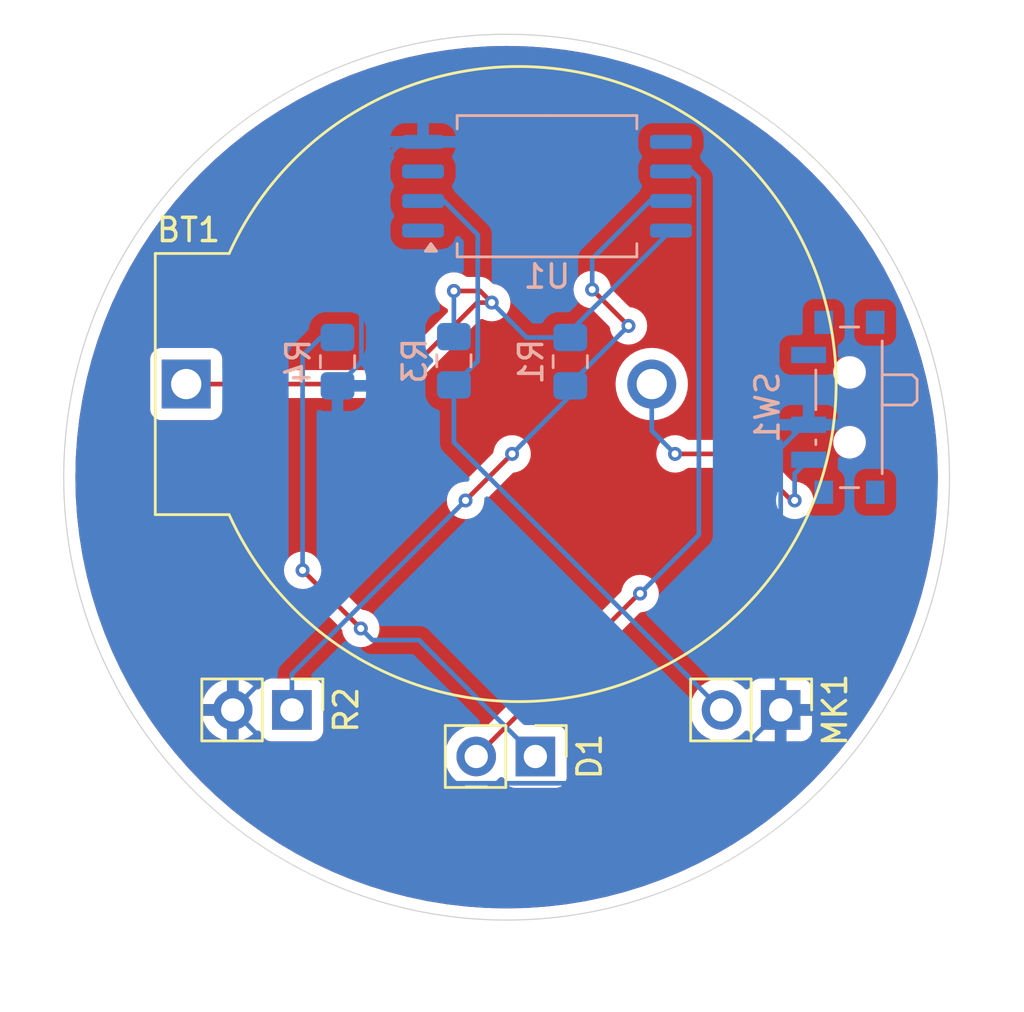
<source format=kicad_pcb>
(kicad_pcb (version 20240108) (generator "pcbnew") (generator_version "8.0")
  (layers (0 "F.Cu" signal) (31 "B.Cu" signal) (34 "B.Paste" user) (35 "F.Paste" user) (36 "B.SilkS" user "B.Silkscreen") (37 "F.SilkS" user "F.Silkscreen") (38 "B.Mask" user) (39 "F.Mask" user) (44 "Edge.Cuts" user))
  (net 0 "")
  (net 1 "Net-(BT1--)")
  (net 2 "+3.3V")
  (net 3 "Net-(D1-K)")
  (net 4 "/LED")
  (net 5 "GND")
  (net 6 "/MIC")
  (net 7 "/LDR")
  (footprint "Connector_PinHeader_2.54mm:PinHeader_1x02_P2.54mm_Vertical" (layer "F.Cu") (at 233.04 109 -90)
    (property "Reference" "MK1" (at 0 -2.33 90) (layer "F.SilkS"))
    (property "Value" "Microphone_Condenser")
    (fp_line (start -1.33 3.87) (end 1.33 3.87) (stroke (width 0.12)) (layer "F.SilkS"))
    (fp_line (start -1.33 1.27) (end -1.33 3.87) (stroke (width 0.12)) (layer "F.SilkS"))
    (fp_line (start -1.33 1.27) (end 1.33 1.27) (stroke (width 0.12)) (layer "F.SilkS"))
    (fp_line (start 1.33 1.27) (end 1.33 3.87) (stroke (width 0.12)) (layer "F.SilkS"))
    (fp_line (start -1.33 0) (end -1.33 -1.33) (stroke (width 0.12)) (layer "F.SilkS"))
    (fp_line (start -1.33 -1.33) (end 0 -1.33) (stroke (width 0.12)) (layer "F.SilkS"))
    (pad "1" thru_hole rect (at 0 0 270) (size 1.7 1.7) (drill 1) (layers "*.Cu" "*.Mask") (net 5 "GND"))
    (pad "2" thru_hole oval (at 0 2.54 270) (size 1.7 1.7) (drill 1) (layers "*.Cu" "*.Mask") (net 6 "/MIC"))
  )
  (footprint "Connector_PinHeader_2.54mm:PinHeader_1x02_P2.54mm_Vertical" (layer "F.Cu") (at 212.04 109 -90)
    (property "Reference" "R2" (at 0 -2.33 90) (layer "F.SilkS"))
    (property "Value" "5mm LDR")
    (fp_line (start -1.33 3.87) (end 1.33 3.87) (stroke (width 0.12)) (layer "F.SilkS"))
    (fp_line (start -1.33 1.27) (end -1.33 3.87) (stroke (width 0.12)) (layer "F.SilkS"))
    (fp_line (start -1.33 1.27) (end 1.33 1.27) (stroke (width 0.12)) (layer "F.SilkS"))
    (fp_line (start 1.33 1.27) (end 1.33 3.87) (stroke (width 0.12)) (layer "F.SilkS"))
    (fp_line (start -1.33 0) (end -1.33 -1.33) (stroke (width 0.12)) (layer "F.SilkS"))
    (fp_line (start -1.33 -1.33) (end 0 -1.33) (stroke (width 0.12)) (layer "F.SilkS"))
    (pad "1" thru_hole rect (at 0 0 270) (size 1.7 1.7) (drill 1) (layers "*.Cu" "*.Mask") (net 7 "/LDR"))
    (pad "2" thru_hole oval (at 0 2.54 270) (size 1.7 1.7) (drill 1) (layers "*.Cu" "*.Mask") (net 5 "GND"))
  )
  (footprint "Battery:BatteryHolder_ComfortableElectronic_CH273-2450_1x2450" (layer "F.Cu") (at 207.5 95)
    (property "Reference" "BT1" (at 0.1 -6.62 0) (layer "F.SilkS"))
    (property "Value" "3.3V Cell")
    (fp_line (start -1.33 -5.61) (end 1.845 -5.61) (stroke (width 0.12)) (layer "F.SilkS"))
    (fp_line (start -1.33 5.61) (end -1.33 -5.61) (stroke (width 0.12)) (layer "F.SilkS"))
    (fp_line (start 1.845 5.61) (end -1.33 5.61) (stroke (width 0.12)) (layer "F.SilkS"))
    (fp_arc (start 1.845 -5.61) (mid 27.921896 0) (end 1.845 5.61) (stroke (width 0.12)) (layer "F.SilkS"))
    (pad "1" thru_hole rect (at 0 0 270) (size 2.1 2.1) (drill 1.3) (layers "*.Cu" "*.Mask") (net 2 "+3.3V"))
    (pad "2" thru_hole circle (at 20 0 270) (size 2.1 2.1) (drill 1.3) (layers "*.Cu" "*.Mask") (net 1 "Net-(BT1--)"))
  )
  (footprint "Connector_PinHeader_2.54mm:PinHeader_1x02_P2.54mm_Vertical" (layer "F.Cu") (at 222.5 111 -90)
    (property "Reference" "D1" (at 0 -2.33 90) (layer "F.SilkS"))
    (property "Value" "5 mm yellow LED")
    (fp_line (start -1.33 3.87) (end 1.33 3.87) (stroke (width 0.12)) (layer "F.SilkS"))
    (fp_line (start -1.33 1.27) (end -1.33 3.87) (stroke (width 0.12)) (layer "F.SilkS"))
    (fp_line (start -1.33 1.27) (end 1.33 1.27) (stroke (width 0.12)) (layer "F.SilkS"))
    (fp_line (start 1.33 1.27) (end 1.33 3.87) (stroke (width 0.12)) (layer "F.SilkS"))
    (fp_line (start -1.33 0) (end -1.33 -1.33) (stroke (width 0.12)) (layer "F.SilkS"))
    (fp_line (start -1.33 -1.33) (end 0 -1.33) (stroke (width 0.12)) (layer "F.SilkS"))
    (pad "1" thru_hole rect (at 0 0 270) (size 1.7 1.7) (drill 1) (layers "*.Cu" "*.Mask") (net 3 "Net-(D1-K)"))
    (pad "2" thru_hole oval (at 0 2.54 270) (size 1.7 1.7) (drill 1) (layers "*.Cu" "*.Mask") (net 4 "/LED"))
  )
  (footprint "Capacitor_SMD:C_0805_2012Metric_Pad1.18x1.45mm_HandSolder" (layer "B.Cu") (at 224 94.0375 -90)
    (property "Reference" "R1" (at 0 1.68 90) (layer "B.SilkS") (effects (justify mirror)))
    (property "Value" "10k")
    (fp_line (start 0.261252 0.735) (end -0.261252 0.735) (stroke (width 0.12)) (layer "B.SilkS"))
    (fp_line (start 0.261252 -0.735) (end -0.261252 -0.735) (stroke (width 0.12)) (layer "B.SilkS"))
    (pad "1" smd roundrect (at -1.0375 0 270) (size 1.175 1.45) (layers "B.Cu" "B.Paste" "B.Mask") (roundrect_rratio 0.212766) (net 2 "+3.3V"))
    (pad "2" smd roundrect (at 1.0375 0 270) (size 1.175 1.45) (layers "B.Cu" "B.Paste" "B.Mask") (roundrect_rratio 0.212766) (net 7 "/LDR"))
  )
  (footprint "Button_Switch_SMD:SW_SPDT_PCM12" (layer "B.Cu") (at 235.67 96 -90)
    (property "Reference" "SW1" (at 0 3.2 90) (layer "B.SilkS") (effects (justify mirror)))
    (property "Value" "SW_SPDT")
    (fp_line (start 0.1 1.12) (end -1.6 1.12) (stroke (width 0.12)) (layer "B.SilkS"))
    (fp_line (start 1.6 1.12) (end 1.4 1.12) (stroke (width 0.12)) (layer "B.SilkS"))
    (fp_line (start 3.45 0.07) (end 3.45 -0.72) (stroke (width 0.12)) (layer "B.SilkS"))
    (fp_line (start -3.45 -0.72) (end -3.45 0.07) (stroke (width 0.12)) (layer "B.SilkS"))
    (fp_line (start -0.1 -1.73) (end -0.1 -3.02) (stroke (width 0.12)) (layer "B.SilkS"))
    (fp_line (start 2.85 -1.73) (end -2.85 -1.73) (stroke (width 0.12)) (layer "B.SilkS"))
    (fp_line (start -1.4 -3.02) (end -1.4 -1.73) (stroke (width 0.12)) (layer "B.SilkS"))
    (fp_line (start -1.2 -3.23) (end -1.4 -3.02) (stroke (width 0.12)) (layer "B.SilkS"))
    (fp_line (start -0.3 -3.23) (end -0.1 -3.02) (stroke (width 0.12)) (layer "B.SilkS"))
    (fp_line (start -0.3 -3.23) (end -1.2 -3.23) (stroke (width 0.12)) (layer "B.SilkS"))
    (pad "" smd rect (at -3.65 -1.43 270) (size 1 0.8) (layers "B.Cu" "B.Paste" "B.Mask"))
    (pad "" smd rect (at -3.65 0.78 270) (size 1 0.8) (layers "B.Cu" "B.Paste" "B.Mask"))
    (pad "" np_thru_hole circle (at -1.5 -0.33 270) (size 0.9 0.9) (drill 0.9) (layers "*.Cu" "*.Mask"))
    (pad "" np_thru_hole circle (at 1.5 -0.33 270) (size 0.9 0.9) (drill 0.9) (layers "*.Cu" "*.Mask"))
    (pad "" smd rect (at 3.65 -1.43 270) (size 1 0.8) (layers "B.Cu" "B.Paste" "B.Mask"))
    (pad "" smd rect (at 3.65 0.78 270) (size 1 0.8) (layers "B.Cu" "B.Paste" "B.Mask"))
    (pad "1" smd rect (at -2.25 1.43 270) (size 0.7 1.5) (layers "B.Cu" "B.Paste" "B.Mask"))
    (pad "2" smd rect (at 0.75 1.43 270) (size 0.7 1.5) (layers "B.Cu" "B.Paste" "B.Mask") (net 5 "GND"))
    (pad "3" smd rect (at 2.25 1.43 270) (size 0.7 1.5) (layers "B.Cu" "B.Paste" "B.Mask") (net 1 "Net-(BT1--)"))
  )
  (footprint "Capacitor_SMD:C_0805_2012Metric_Pad1.18x1.45mm_HandSolder" (layer "B.Cu") (at 219 94 -90)
    (property "Reference" "R3" (at 0 1.68 90) (layer "B.SilkS") (effects (justify mirror)))
    (property "Value" "5.6k")
    (fp_line (start 0.261252 0.735) (end -0.261252 0.735) (stroke (width 0.12)) (layer "B.SilkS"))
    (fp_line (start 0.261252 -0.735) (end -0.261252 -0.735) (stroke (width 0.12)) (layer "B.SilkS"))
    (pad "1" smd roundrect (at -1.0375 0 270) (size 1.175 1.45) (layers "B.Cu" "B.Paste" "B.Mask") (roundrect_rratio 0.212766) (net 2 "+3.3V"))
    (pad "2" smd roundrect (at 1.0375 0 270) (size 1.175 1.45) (layers "B.Cu" "B.Paste" "B.Mask") (roundrect_rratio 0.212766) (net 6 "/MIC"))
  )
  (footprint "Capacitor_SMD:C_0805_2012Metric_Pad1.18x1.45mm_HandSolder" (layer "B.Cu") (at 214 94.0375 -90)
    (property "Reference" "R4" (at 0 1.68 90) (layer "B.SilkS") (effects (justify mirror)))
    (property "Value" "470R")
    (fp_line (start 0.261252 0.735) (end -0.261252 0.735) (stroke (width 0.12)) (layer "B.SilkS"))
    (fp_line (start 0.261252 -0.735) (end -0.261252 -0.735) (stroke (width 0.12)) (layer "B.SilkS"))
    (pad "1" smd roundrect (at -1.0375 0 270) (size 1.175 1.45) (layers "B.Cu" "B.Paste" "B.Mask") (roundrect_rratio 0.212766) (net 3 "Net-(D1-K)"))
    (pad "2" smd roundrect (at 1.0375 0 270) (size 1.175 1.45) (layers "B.Cu" "B.Paste" "B.Mask") (roundrect_rratio 0.212766) (net 5 "GND"))
  )
  (footprint "Package_SO:SOIC-8_7.5x5.85mm_P1.27mm" (layer "B.Cu") (at 223 86.5)
    (property "Reference" "U1" (at 0 3.88 0) (layer "B.SilkS") (effects (justify mirror)))
    (property "Value" "ATtiny85V-10P")
    (fp_line (start -3.86 -3.035) (end 0 -3.035) (stroke (width 0.12)) (layer "B.SilkS"))
    (fp_line (start -3.86 -2.465) (end -3.86 -3.035) (stroke (width 0.12)) (layer "B.SilkS"))
    (fp_line (start -3.86 2.465) (end -3.86 3.035) (stroke (width 0.12)) (layer "B.SilkS"))
    (fp_line (start -3.86 3.035) (end 0 3.035) (stroke (width 0.12)) (layer "B.SilkS"))
    (fp_line (start 3.86 -3.035) (end 0 -3.035) (stroke (width 0.12)) (layer "B.SilkS"))
    (fp_line (start 3.86 -2.465) (end 3.86 -3.035) (stroke (width 0.12)) (layer "B.SilkS"))
    (fp_line (start 3.86 2.465) (end 3.86 3.035) (stroke (width 0.12)) (layer "B.SilkS"))
    (fp_line (start 3.86 3.035) (end 0 3.035) (stroke (width 0.12)) (layer "B.SilkS"))
    (fp_poly (pts (xy -4.9875 2.465) (xy -5.2275 2.795) (xy -4.7475 2.795) (xy -4.9875 2.465)) (stroke (width 0.12)) (fill solid) (layer "B.SilkS"))
    (pad "1" smd roundrect (at -5.325 1.905) (size 1.8 0.6) (layers "B.Cu" "B.Paste" "B.Mask"))
    (pad "2" smd roundrect (at -5.325 0.635) (size 1.8 0.6) (layers "B.Cu" "B.Paste" "B.Mask") (net 6 "/MIC"))
    (pad "3" smd roundrect (at -5.325 -0.635) (size 1.8 0.6) (layers "B.Cu" "B.Paste" "B.Mask"))
    (pad "4" smd roundrect (at -5.325 -1.905) (size 1.8 0.6) (layers "B.Cu" "B.Paste" "B.Mask") (net 5 "GND"))
    (pad "5" smd roundrect (at 5.325 -1.905) (size 1.8 0.6) (layers "B.Cu" "B.Paste" "B.Mask"))
    (pad "6" smd roundrect (at 5.325 -0.635) (size 1.8 0.6) (layers "B.Cu" "B.Paste" "B.Mask") (net 4 "/LED"))
    (pad "7" smd roundrect (at 5.325 0.635) (size 1.8 0.6) (layers "B.Cu" "B.Paste" "B.Mask") (net 7 "/LDR"))
    (pad "8" smd roundrect (at 5.325 1.905) (size 1.8 0.6) (layers "B.Cu" "B.Paste" "B.Mask") (net 2 "+3.3V"))
  )
  (gr_circle (center 221.264616 99) (end 204.5 90) (stroke (width 0.05)) (fill none) (layer "Edge.Cuts"))
  (segment (start 228.5 98) (end 231.5 98) (width 0.2) (layer "F.Cu") (net 1))
  (segment (start 231.5 98) (end 233.5 100) (width 0.2) (layer "F.Cu") (net 1))
  (segment (start 233.5 100) (end 233.64 100) (width 0.2) (layer "F.Cu") (net 1))
  (via (at 233.64 100) (size 0.6) (drill 0.3) (layers "F.Cu" "B.Cu") (net 1))
  (via (at 228.5 98) (size 0.6) (drill 0.3) (layers "F.Cu" "B.Cu") (net 1))
  (segment (start 227.5 95) (end 227.5 97) (width 0.2) (layer "B.Cu") (net 1))
  (segment (start 233.64 100) (end 233.64 98.85) (width 0.2) (layer "B.Cu") (net 1))
  (segment (start 233.64 98.85) (end 234.24 98.25) (width 0.2) (layer "B.Cu") (net 1))
  (segment (start 227.5 97) (end 228.5 98) (width 0.2) (layer "B.Cu") (net 1))
  (segment (start 220.625 91.5) (end 220 91.5) (width 0.2) (layer "F.Cu") (net 2))
  (segment (start 220.125 91) (end 220.625 91.5) (width 0.2) (layer "F.Cu") (net 2))
  (segment (start 216.5 95) (end 207.5 95) (width 0.2) (layer "F.Cu") (net 2))
  (segment (start 220 91.5) (end 216.5 95) (width 0.2) (layer "F.Cu") (net 2))
  (segment (start 219 91) (end 220.125 91) (width 0.2) (layer "F.Cu") (net 2))
  (via (at 219 91) (size 0.6) (drill 0.3) (layers "F.Cu" "B.Cu") (net 2))
  (via (at 220.625 91.5) (size 0.6) (drill 0.3) (layers "F.Cu" "B.Cu") (net 2))
  (segment (start 224 92.73) (end 224 93) (width 0.2) (layer "B.Cu") (net 2))
  (segment (start 228.325 88.405) (end 224 92.73) (width 0.2) (layer "B.Cu") (net 2))
  (segment (start 219 92.9625) (end 219 91) (width 0.2) (layer "B.Cu") (net 2))
  (segment (start 222.125 93) (end 220.625 91.5) (width 0.2) (layer "B.Cu") (net 2))
  (segment (start 224 93) (end 222.125 93) (width 0.2) (layer "B.Cu") (net 2))
  (segment (start 212.5 103) (end 215 105.5) (width 0.2) (layer "F.Cu") (net 3))
  (via (at 215 105.5) (size 0.6) (drill 0.3) (layers "F.Cu" "B.Cu") (net 3))
  (via (at 212.5 103) (size 0.6) (drill 0.3) (layers "F.Cu" "B.Cu") (net 3))
  (segment (start 217.5 106) (end 222.5 111) (width 0.2) (layer "B.Cu") (net 3))
  (segment (start 215.5 106) (end 217.5 106) (width 0.2) (layer "B.Cu") (net 3))
  (segment (start 213.275 93) (end 212.5 93.775) (width 0.2) (layer "B.Cu") (net 3))
  (segment (start 214 93) (end 213.275 93) (width 0.2) (layer "B.Cu") (net 3))
  (segment (start 215 105.5) (end 215.5 106) (width 0.2) (layer "B.Cu") (net 3))
  (segment (start 212.5 93.775) (end 212.5 103) (width 0.2) (layer "B.Cu") (net 3))
  (segment (start 226.96 104) (end 219.96 111) (width 0.2) (layer "F.Cu") (net 4))
  (segment (start 227 104) (end 226.96 104) (width 0.2) (layer "F.Cu") (net 4))
  (via (at 227 104) (size 0.6) (drill 0.3) (layers "F.Cu" "B.Cu") (net 4))
  (segment (start 229.525 101.475) (end 227 104) (width 0.2) (layer "B.Cu") (net 4))
  (segment (start 229.525 86.165001) (end 229.525 101.475) (width 0.2) (layer "B.Cu") (net 4))
  (segment (start 229.224999 85.865) (end 229.525 86.165001) (width 0.2) (layer "B.Cu") (net 4))
  (segment (start 228.325 85.865) (end 229.224999 85.865) (width 0.2) (layer "B.Cu") (net 4))
  (segment (start 229.89 112.15) (end 233.04 109) (width 0.2) (layer "B.Cu") (net 5))
  (segment (start 233.04 97.75) (end 234.04 96.75) (width 0.2) (layer "B.Cu") (net 5))
  (segment (start 209.5 109) (end 212.65 112.15) (width 0.2) (layer "B.Cu") (net 5))
  (segment (start 215.025 94.05) (end 214 95.075) (width 0.2) (layer "B.Cu") (net 5))
  (segment (start 217.675 84.595) (end 216.775001 84.595) (width 0.2) (layer "B.Cu") (net 5))
  (segment (start 212.65 112.15) (end 229.89 112.15) (width 0.2) (layer "B.Cu") (net 5))
  (segment (start 214 95.075) (end 214 104.5) (width 0.2) (layer "B.Cu") (net 5))
  (segment (start 216.775001 84.595) (end 215.025 86.345001) (width 0.2) (layer "B.Cu") (net 5))
  (segment (start 233.04 109) (end 233.04 97.75) (width 0.2) (layer "B.Cu") (net 5))
  (segment (start 234.04 96.75) (end 234.24 96.75) (width 0.2) (layer "B.Cu") (net 5))
  (segment (start 215.025 86.345001) (end 215.025 94.05) (width 0.2) (layer "B.Cu") (net 5))
  (segment (start 214 104.5) (end 209.5 109) (width 0.2) (layer "B.Cu") (net 5))
  (segment (start 220.025 94.0125) (end 219 95.0375) (width 0.2) (layer "B.Cu") (net 6))
  (segment (start 219 95.0375) (end 219 97.5) (width 0.2) (layer "B.Cu") (net 6))
  (segment (start 220.025 88.585001) (end 220.025 94.0125) (width 0.2) (layer "B.Cu") (net 6))
  (segment (start 218.574999 87.135) (end 220.025 88.585001) (width 0.2) (layer "B.Cu") (net 6))
  (segment (start 219 97.5) (end 230.5 109) (width 0.2) (layer "B.Cu") (net 6))
  (segment (start 217.675 87.135) (end 218.574999 87.135) (width 0.2) (layer "B.Cu") (net 6))
  (segment (start 219.5 100) (end 221.5 98) (width 0.2) (layer "F.Cu") (net 7))
  (segment (start 212.5 109) (end 212.04 109) (width 0.2) (layer "F.Cu") (net 7))
  (segment (start 224.940735 90.940735) (end 226.5 92.5) (width 0.2) (layer "F.Cu") (net 7))
  (via (at 224.940735 90.940735) (size 0.6) (drill 0.3) (layers "F.Cu" "B.Cu") (net 7))
  (via (at 219.5 100) (size 0.6) (drill 0.3) (layers "F.Cu" "B.Cu") (net 7))
  (via (at 226.5 92.5) (size 0.6) (drill 0.3) (layers "F.Cu" "B.Cu") (net 7))
  (via (at 221.5 98) (size 0.6) (drill 0.3) (layers "F.Cu" "B.Cu") (net 7))
  (segment (start 224 95) (end 224 95.075) (width 0.2) (layer "B.Cu") (net 7))
  (segment (start 224.940735 89.619266) (end 224.940735 90.940735) (width 0.2) (layer "B.Cu") (net 7))
  (segment (start 221.5 98) (end 224 95.5) (width 0.2) (layer "B.Cu") (net 7))
  (segment (start 226.5 92.5) (end 224 95) (width 0.2) (layer "B.Cu") (net 7))
  (segment (start 228.325 87.135) (end 227.425001 87.135) (width 0.2) (layer "B.Cu") (net 7))
  (segment (start 212.04 107.46) (end 219.5 100) (width 0.2) (layer "B.Cu") (net 7))
  (segment (start 227.425001 87.135) (end 224.940735 89.619266) (width 0.2) (layer "B.Cu") (net 7))
  (segment (start 224 95.5) (end 224 95.075) (width 0.2) (layer "B.Cu") (net 7))
  (segment (start 212.04 109) (end 212.04 107.46) (width 0.2) (layer "B.Cu") (net 7))
  (zone (net 5) (net_name "GND") (layers "F&B.Cu") (connect_pads (clearance 0.5)) (min_thickness 0.25) (fill yes (thermal_gap 0.5) (thermal_bridge_width 0.5))
    (polygon (pts (xy 239.5 86) (xy 226 78.5) (xy 207 82.5) (xy 199.5 99.5) (xy 205.5 115.5) (xy 228 122) (xy 243.5 105)))
  )
)
</source>
